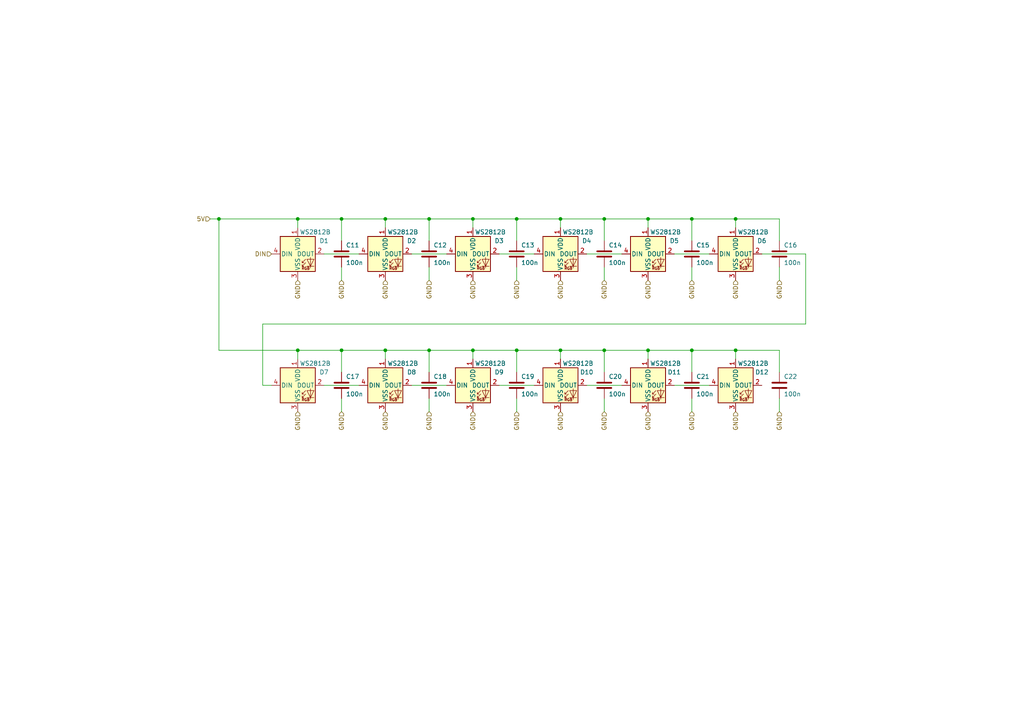
<source format=kicad_sch>
(kicad_sch (version 20230121) (generator eeschema)
  (paper "A4")
  (lib_symbols
    (symbol "Device:C" (pin_numbers hide) (pin_names (offset 0.254))
      (property "Reference" "C" (at 0.635 2.54 0))
      (property "Value" "C" (at 0.635 -2.54 0))
      (symbol "C_0_1"
        (polyline (pts (xy -2.032 -0.762) (xy 2.032 -0.762)) (stroke (width 0.508)))
        (polyline (pts (xy -2.032 0.762) (xy 2.032 0.762)) (stroke (width 0.508)))
      )
      (symbol "C_1_1"
        (pin passive line (at 0 3.81 270) (length 2.794) (name "~") (number "1"))
        (pin passive line (at 0 -3.81 90) (length 2.794) (name "~") (number "2"))
      )
    )
    (symbol "LED:WS2812B" (pin_names (offset 0.254))
      (property "Reference" "D" (at 5.08 5.715 0))
      (property "Value" "WS2812B" (at 1.27 -5.715 0))
      (symbol "WS2812B_0_0"
        (text "RGB" (at 2.286 -4.191 0) (effects (font (size 0.762 0.762))))
      )
      (symbol "WS2812B_0_1"
        (polyline (pts (xy 1.27 -3.556) (xy 1.778 -3.556)))
        (polyline (pts (xy 1.27 -2.54) (xy 1.778 -2.54)))
        (polyline (pts (xy 4.699 -3.556) (xy 2.667 -3.556)))
        (polyline (pts (xy 2.286 -2.54) (xy 1.27 -3.556) (xy 1.27 -3.048)))
        (polyline (pts (xy 2.286 -1.524) (xy 1.27 -2.54) (xy 1.27 -2.032)))
        (polyline (pts (xy 3.683 -1.016) (xy 3.683 -3.556) (xy 3.683 -4.064)))
        (polyline (pts (xy 4.699 -1.524) (xy 2.667 -1.524) (xy 3.683 -3.556) (xy 4.699 -1.524)))
        (rectangle (start 5.08 5.08) (end -5.08 -5.08) (stroke (width 0.254)) (fill (type background)))
      )
      (symbol "WS2812B_1_1"
        (pin power_in line (at 0 7.62 270) (length 2.54) (name "VDD") (number "1"))
        (pin output line (at 7.62 0 180) (length 2.54) (name "DOUT") (number "2"))
        (pin power_in line (at 0 -7.62 90) (length 2.54) (name "VSS") (number "3"))
        (pin input line (at -7.62 0 0) (length 2.54) (name "DIN") (number "4"))
      )
    )
  )
  (junction (at 213.36 63.5))
  (junction (at 99.06 63.5))
  (junction (at 63.5 63.5))
  (junction (at 137.16 63.5))
  (junction (at 111.76 63.5))
  (junction (at 86.36 63.5))
  (junction (at 200.66 101.6))
  (junction (at 175.26 63.5))
  (junction (at 137.16 101.6))
  (junction (at 99.06 101.6))
  (junction (at 149.86 63.5))
  (junction (at 175.26 101.6))
  (junction (at 162.56 63.5))
  (junction (at 187.96 63.5))
  (junction (at 187.96 101.6))
  (junction (at 111.76 101.6))
  (junction (at 149.86 101.6))
  (junction (at 162.56 101.6))
  (junction (at 124.46 101.6))
  (junction (at 213.36 101.6))
  (junction (at 124.46 63.5))
  (junction (at 86.36 101.6))
  (junction (at 200.66 63.5))
  (wire (pts (xy 149.86 63.5) (xy 149.86 69.85)))
  (wire (pts (xy 187.96 101.6) (xy 187.96 104.14)))
  (wire (pts (xy 78.74 111.76) (xy 76.2 111.76)))
  (wire (pts (xy 111.76 63.5) (xy 111.76 66.04)))
  (wire (pts (xy 111.76 101.6) (xy 124.46 101.6)))
  (wire (pts (xy 86.36 63.5) (xy 99.06 63.5)))
  (wire (pts (xy 175.26 77.47) (xy 175.26 81.28)))
  (wire (pts (xy 162.56 101.6) (xy 162.56 104.14)))
  (wire (pts (xy 124.46 77.47) (xy 124.46 81.28)))
  (wire (pts (xy 93.98 111.76) (xy 104.14 111.76)))
  (wire (pts (xy 99.06 101.6) (xy 111.76 101.6)))
  (wire (pts (xy 93.98 73.66) (xy 104.14 73.66)))
  (wire (pts (xy 226.06 101.6) (xy 226.06 107.95)))
  (wire (pts (xy 175.26 101.6) (xy 187.96 101.6)))
  (wire (pts (xy 200.66 101.6) (xy 200.66 107.95)))
  (wire (pts (xy 149.86 63.5) (xy 162.56 63.5)))
  (wire (pts (xy 175.26 101.6) (xy 175.26 107.95)))
  (wire (pts (xy 175.26 115.57) (xy 175.26 119.38)))
  (wire (pts (xy 213.36 63.5) (xy 226.06 63.5)))
  (wire (pts (xy 200.66 101.6) (xy 213.36 101.6)))
  (wire (pts (xy 187.96 63.5) (xy 200.66 63.5)))
  (wire (pts (xy 226.06 115.57) (xy 226.06 119.38)))
  (wire (pts (xy 200.66 63.5) (xy 200.66 69.85)))
  (wire (pts (xy 175.26 63.5) (xy 187.96 63.5)))
  (wire (pts (xy 124.46 63.5) (xy 137.16 63.5)))
  (wire (pts (xy 124.46 63.5) (xy 124.46 69.85)))
  (wire (pts (xy 226.06 77.47) (xy 226.06 81.28)))
  (wire (pts (xy 137.16 63.5) (xy 137.16 66.04)))
  (wire (pts (xy 144.78 111.76) (xy 154.94 111.76)))
  (wire (pts (xy 226.06 63.5) (xy 226.06 69.85)))
  (wire (pts (xy 86.36 101.6) (xy 99.06 101.6)))
  (wire (pts (xy 111.76 63.5) (xy 124.46 63.5)))
  (wire (pts (xy 99.06 63.5) (xy 111.76 63.5)))
  (wire (pts (xy 99.06 77.47) (xy 99.06 81.28)))
  (wire (pts (xy 200.66 77.47) (xy 200.66 81.28)))
  (wire (pts (xy 144.78 73.66) (xy 154.94 73.66)))
  (wire (pts (xy 149.86 77.47) (xy 149.86 81.28)))
  (wire (pts (xy 233.68 73.66) (xy 220.98 73.66)))
  (wire (pts (xy 76.2 93.98) (xy 233.68 93.98)))
  (wire (pts (xy 200.66 63.5) (xy 213.36 63.5)))
  (wire (pts (xy 162.56 63.5) (xy 162.56 66.04)))
  (wire (pts (xy 111.76 101.6) (xy 111.76 104.14)))
  (wire (pts (xy 213.36 101.6) (xy 213.36 104.14)))
  (wire (pts (xy 63.5 101.6) (xy 86.36 101.6)))
  (wire (pts (xy 213.36 101.6) (xy 226.06 101.6)))
  (wire (pts (xy 99.06 101.6) (xy 99.06 107.95)))
  (wire (pts (xy 195.58 111.76) (xy 205.74 111.76)))
  (wire (pts (xy 233.68 93.98) (xy 233.68 73.66)))
  (wire (pts (xy 162.56 63.5) (xy 175.26 63.5)))
  (wire (pts (xy 170.18 111.76) (xy 180.34 111.76)))
  (wire (pts (xy 213.36 63.5) (xy 213.36 66.04)))
  (wire (pts (xy 76.2 111.76) (xy 76.2 93.98)))
  (wire (pts (xy 63.5 63.5) (xy 86.36 63.5)))
  (wire (pts (xy 162.56 101.6) (xy 175.26 101.6)))
  (wire (pts (xy 119.38 73.66) (xy 129.54 73.66)))
  (wire (pts (xy 60.96 63.5) (xy 63.5 63.5)))
  (wire (pts (xy 175.26 63.5) (xy 175.26 69.85)))
  (wire (pts (xy 124.46 101.6) (xy 124.46 107.95)))
  (wire (pts (xy 124.46 115.57) (xy 124.46 119.38)))
  (wire (pts (xy 99.06 115.57) (xy 99.06 119.38)))
  (wire (pts (xy 99.06 63.5) (xy 99.06 69.85)))
  (wire (pts (xy 124.46 101.6) (xy 137.16 101.6)))
  (wire (pts (xy 86.36 101.6) (xy 86.36 104.14)))
  (wire (pts (xy 200.66 115.57) (xy 200.66 119.38)))
  (wire (pts (xy 149.86 101.6) (xy 162.56 101.6)))
  (wire (pts (xy 149.86 115.57) (xy 149.86 119.38)))
  (wire (pts (xy 86.36 63.5) (xy 86.36 66.04)))
  (wire (pts (xy 137.16 63.5) (xy 149.86 63.5)))
  (wire (pts (xy 137.16 101.6) (xy 149.86 101.6)))
  (wire (pts (xy 149.86 101.6) (xy 149.86 107.95)))
  (wire (pts (xy 195.58 73.66) (xy 205.74 73.66)))
  (wire (pts (xy 170.18 73.66) (xy 180.34 73.66)))
  (wire (pts (xy 187.96 63.5) (xy 187.96 66.04)))
  (wire (pts (xy 63.5 63.5) (xy 63.5 101.6)))
  (wire (pts (xy 187.96 101.6) (xy 200.66 101.6)))
  (wire (pts (xy 119.38 111.76) (xy 129.54 111.76)))
  (wire (pts (xy 137.16 101.6) (xy 137.16 104.14)))
  (hierarchical_label "GND" (shape input) (at 162.56 81.28 270))
  (hierarchical_label "GND" (shape input) (at 99.06 81.28 270))
  (hierarchical_label "5V" (shape input) (at 60.96 63.5 180))
  (hierarchical_label "GND" (shape input) (at 175.26 119.38 270))
  (hierarchical_label "GND" (shape input) (at 200.66 119.38 270))
  (hierarchical_label "GND" (shape input) (at 124.46 81.28 270))
  (hierarchical_label "GND" (shape input) (at 162.56 119.38 270))
  (hierarchical_label "GND" (shape input) (at 213.36 119.38 270))
  (hierarchical_label "DIN" (shape input) (at 78.74 73.66 180))
  (hierarchical_label "GND" (shape input) (at 111.76 119.38 270))
  (hierarchical_label "GND" (shape input) (at 187.96 81.28 270))
  (hierarchical_label "GND" (shape input) (at 187.96 119.38 270))
  (hierarchical_label "GND" (shape input) (at 226.06 81.28 270))
  (hierarchical_label "GND" (shape input) (at 200.66 81.28 270))
  (hierarchical_label "GND" (shape input) (at 124.46 119.38 270))
  (hierarchical_label "GND" (shape input) (at 226.06 119.38 270))
  (hierarchical_label "GND" (shape input) (at 213.36 81.28 270))
  (hierarchical_label "GND" (shape input) (at 137.16 81.28 270))
  (hierarchical_label "GND" (shape input) (at 99.06 119.38 270))
  (hierarchical_label "GND" (shape input) (at 86.36 81.28 270))
  (hierarchical_label "GND" (shape input) (at 86.36 119.38 270))
  (hierarchical_label "GND" (shape input) (at 111.76 81.28 270))
  (hierarchical_label "GND" (shape input) (at 137.16 119.38 270))
  (hierarchical_label "GND" (shape input) (at 149.86 119.38 270))
  (hierarchical_label "GND" (shape input) (at 149.86 81.28 270))
  (hierarchical_label "GND" (shape input) (at 175.26 81.28 270))
  (symbol (lib_id "LED:WS2812B") (at 111.76 111.76 0) (unit 1)
    (property "Reference" "D8" (at 119.38 107.95 0))
    (property "Value" "WS2812B" (at 116.84 105.41 0))
    (property "Footprint" "RKL-LED:3528RGBW-WS2812B" (effects hide))
    (property "Datasheet" "https://cdn-shop.adafruit.com/datasheets/WS2812B.pdf" (effects hide))
    (property "LCSC" "C2890364" (effects hide))
    (property "Basic/Extended" "E" (effects hide))
    (instances (project "Watch" (path "" (reference "D8") (unit 1))) (project "ZakladniElektronika" (path "" (reference "D1") (unit 1)) (path "" (reference "D61") (unit 1))))
  )
  (symbol (lib_id "LED:WS2812B") (at 86.36 73.66 0) (unit 1)
    (property "Reference" "D1" (at 93.98 69.85 0))
    (property "Value" "WS2812B" (at 91.44 67.31 0))
    (property "Footprint" "RKL-LED:3528RGBW-WS2812B" (effects hide))
    (property "Datasheet" "https://cdn-shop.adafruit.com/datasheets/WS2812B.pdf" (effects hide))
    (property "LCSC" "C2890364" (effects hide))
    (property "Basic/Extended" "E" (effects hide))
    (instances (project "Watch" (path "" (reference "D1") (unit 1))) (project "ZakladniElektronika" (path "" (reference "D1") (unit 1)) (path "" (reference "D61") (unit 1))))
  )
  (symbol (lib_id "LED:WS2812B") (at 162.56 111.76 0) (unit 1)
    (property "Reference" "D10" (at 170.18 107.95 0))
    (property "Value" "WS2812B" (at 167.64 105.41 0))
    (property "Footprint" "RKL-LED:3528RGBW-WS2812B" (effects hide))
    (property "Datasheet" "https://cdn-shop.adafruit.com/datasheets/WS2812B.pdf" (effects hide))
    (property "LCSC" "C2890364" (effects hide))
    (property "Basic/Extended" "E" (effects hide))
    (instances (project "Watch" (path "" (reference "D10") (unit 1))) (project "ZakladniElektronika" (path "" (reference "D1") (unit 1)) (path "" (reference "D61") (unit 1))))
  )
  (symbol (lib_id "Device:C") (at 124.46 111.76 0) (unit 1)
    (property "Reference" "C18" (at 125.73 109.22 0) (effects (justify left)))
    (property "Value" "100n" (at 125.73 114.3 0) (effects (justify left)))
    (property "Footprint" "Capacitor_SMD:C_0402_1005Metric" (effects hide))
    (property "Basic/Extended" "B" (effects hide))
    (property "LCSC" "C307331" (effects hide))
    (property "info" "50V, X7R" (effects hide))
    (instances (project "Watch" (path "" (reference "C18") (unit 1))) (project "ZakladniElektronika" (path "" (reference "C12") (unit 1)) (path "" (reference "C72") (unit 1))))
  )
  (symbol (lib_id "LED:WS2812B") (at 187.96 111.76 0) (unit 1)
    (property "Reference" "D11" (at 195.58 107.95 0))
    (property "Value" "WS2812B" (at 193.04 105.41 0))
    (property "Footprint" "RKL-LED:3528RGBW-WS2812B" (effects hide))
    (property "Datasheet" "https://cdn-shop.adafruit.com/datasheets/WS2812B.pdf" (effects hide))
    (property "LCSC" "C2890364" (effects hide))
    (property "Basic/Extended" "E" (effects hide))
    (instances (project "Watch" (path "" (reference "D11") (unit 1))) (project "ZakladniElektronika" (path "" (reference "D1") (unit 1)) (path "" (reference "D61") (unit 1))))
  )
  (symbol (lib_id "Device:C") (at 149.86 73.66 0) (unit 1)
    (property "Reference" "C13" (at 151.13 71.12 0) (effects (justify left)))
    (property "Value" "100n" (at 151.13 76.2 0) (effects (justify left)))
    (property "Footprint" "Capacitor_SMD:C_0402_1005Metric" (effects hide))
    (property "Basic/Extended" "B" (effects hide))
    (property "LCSC" "C307331" (effects hide))
    (property "info" "50V, X7R" (effects hide))
    (instances (project "Watch" (path "" (reference "C13") (unit 1))) (project "ZakladniElektronika" (path "" (reference "C12") (unit 1)) (path "" (reference "C72") (unit 1))))
  )
  (symbol (lib_id "Device:C") (at 200.66 111.76 0) (unit 1)
    (property "Reference" "C21" (at 201.93 109.22 0) (effects (justify left)))
    (property "Value" "100n" (at 201.93 114.3 0) (effects (justify left)))
    (property "Footprint" "Capacitor_SMD:C_0402_1005Metric" (effects hide))
    (property "Basic/Extended" "B" (effects hide))
    (property "LCSC" "C307331" (effects hide))
    (property "info" "50V, X7R" (effects hide))
    (instances (project "Watch" (path "" (reference "C21") (unit 1))) (project "ZakladniElektronika" (path "" (reference "C12") (unit 1)) (path "" (reference "C72") (unit 1))))
  )
  (symbol (lib_id "LED:WS2812B") (at 137.16 111.76 0) (unit 1)
    (property "Reference" "D9" (at 144.78 107.95 0))
    (property "Value" "WS2812B" (at 142.24 105.41 0))
    (property "Footprint" "RKL-LED:3528RGBW-WS2812B" (effects hide))
    (property "Datasheet" "https://cdn-shop.adafruit.com/datasheets/WS2812B.pdf" (effects hide))
    (property "LCSC" "C2890364" (effects hide))
    (property "Basic/Extended" "E" (effects hide))
    (instances (project "Watch" (path "" (reference "D9") (unit 1))) (project "ZakladniElektronika" (path "" (reference "D1") (unit 1)) (path "" (reference "D61") (unit 1))))
  )
  (symbol (lib_id "Device:C") (at 226.06 73.66 0) (unit 1)
    (property "Reference" "C16" (at 227.33 71.12 0) (effects (justify left)))
    (property "Value" "100n" (at 227.33 76.2 0) (effects (justify left)))
    (property "Footprint" "Capacitor_SMD:C_0402_1005Metric" (effects hide))
    (property "Basic/Extended" "B" (effects hide))
    (property "LCSC" "C307331" (effects hide))
    (property "info" "50V, X7R" (effects hide))
    (instances (project "Watch" (path "" (reference "C16") (unit 1))) (project "ZakladniElektronika" (path "" (reference "C12") (unit 1)) (path "" (reference "C72") (unit 1))))
  )
  (symbol (lib_id "Device:C") (at 99.06 73.66 0) (unit 1)
    (property "Reference" "C11" (at 100.33 71.12 0) (effects (justify left)))
    (property "Value" "100n" (at 100.33 76.2 0) (effects (justify left)))
    (property "Footprint" "Capacitor_SMD:C_0402_1005Metric" (effects hide))
    (property "Basic/Extended" "B" (effects hide))
    (property "LCSC" "C307331" (effects hide))
    (property "info" "50V, X7R" (effects hide))
    (instances (project "Watch" (path "" (reference "C11") (unit 1))) (project "ZakladniElektronika" (path "" (reference "C12") (unit 1)) (path "" (reference "C72") (unit 1))))
  )
  (symbol (lib_id "Device:C") (at 99.06 111.76 0) (unit 1)
    (property "Reference" "C17" (at 100.33 109.22 0) (effects (justify left)))
    (property "Value" "100n" (at 100.33 114.3 0) (effects (justify left)))
    (property "Footprint" "Capacitor_SMD:C_0402_1005Metric" (effects hide))
    (property "Basic/Extended" "B" (effects hide))
    (property "LCSC" "C307331" (effects hide))
    (property "info" "50V, X7R" (effects hide))
    (instances (project "Watch" (path "" (reference "C17") (unit 1))) (project "ZakladniElektronika" (path "" (reference "C12") (unit 1)) (path "" (reference "C72") (unit 1))))
  )
  (symbol (lib_id "Device:C") (at 200.66 73.66 0) (unit 1)
    (property "Reference" "C15" (at 201.93 71.12 0) (effects (justify left)))
    (property "Value" "100n" (at 201.93 76.2 0) (effects (justify left)))
    (property "Footprint" "Capacitor_SMD:C_0402_1005Metric" (effects hide))
    (property "Basic/Extended" "B" (effects hide))
    (property "LCSC" "C307331" (effects hide))
    (property "info" "50V, X7R" (effects hide))
    (instances (project "Watch" (path "" (reference "C15") (unit 1))) (project "ZakladniElektronika" (path "" (reference "C12") (unit 1)) (path "" (reference "C72") (unit 1))))
  )
  (symbol (lib_id "LED:WS2812B") (at 111.76 73.66 0) (unit 1)
    (property "Reference" "D2" (at 119.38 69.85 0))
    (property "Value" "WS2812B" (at 116.84 67.31 0))
    (property "Footprint" "RKL-LED:3528RGBW-WS2812B" (effects hide))
    (property "Datasheet" "https://cdn-shop.adafruit.com/datasheets/WS2812B.pdf" (effects hide))
    (property "LCSC" "C2890364" (effects hide))
    (property "Basic/Extended" "E" (effects hide))
    (instances (project "Watch" (path "" (reference "D2") (unit 1))) (project "ZakladniElektronika" (path "" (reference "D1") (unit 1)) (path "" (reference "D61") (unit 1))))
  )
  (symbol (lib_id "LED:WS2812B") (at 162.56 73.66 0) (unit 1)
    (property "Reference" "D4" (at 170.18 69.85 0))
    (property "Value" "WS2812B" (at 167.64 67.31 0))
    (property "Footprint" "RKL-LED:3528RGBW-WS2812B" (effects hide))
    (property "Datasheet" "https://cdn-shop.adafruit.com/datasheets/WS2812B.pdf" (effects hide))
    (property "LCSC" "C2890364" (effects hide))
    (property "Basic/Extended" "E" (effects hide))
    (instances (project "Watch" (path "" (reference "D4") (unit 1))) (project "ZakladniElektronika" (path "" (reference "D1") (unit 1)) (path "" (reference "D61") (unit 1))))
  )
  (symbol (lib_id "LED:WS2812B") (at 213.36 73.66 0) (unit 1)
    (property "Reference" "D6" (at 220.98 69.85 0))
    (property "Value" "WS2812B" (at 218.44 67.31 0))
    (property "Footprint" "RKL-LED:3528RGBW-WS2812B" (effects hide))
    (property "Datasheet" "https://cdn-shop.adafruit.com/datasheets/WS2812B.pdf" (effects hide))
    (property "LCSC" "C2890364" (effects hide))
    (property "Basic/Extended" "E" (effects hide))
    (instances (project "Watch" (path "" (reference "D6") (unit 1))) (project "ZakladniElektronika" (path "" (reference "D1") (unit 1)) (path "" (reference "D61") (unit 1))))
  )
  (symbol (lib_id "Device:C") (at 175.26 111.76 0) (unit 1)
    (property "Reference" "C20" (at 176.53 109.22 0) (effects (justify left)))
    (property "Value" "100n" (at 176.53 114.3 0) (effects (justify left)))
    (property "Footprint" "Capacitor_SMD:C_0402_1005Metric" (effects hide))
    (property "Basic/Extended" "B" (effects hide))
    (property "LCSC" "C307331" (effects hide))
    (property "info" "50V, X7R" (effects hide))
    (instances (project "Watch" (path "" (reference "C20") (unit 1))) (project "ZakladniElektronika" (path "" (reference "C12") (unit 1)) (path "" (reference "C72") (unit 1))))
  )
  (symbol (lib_id "LED:WS2812B") (at 86.36 111.76 0) (unit 1)
    (property "Reference" "D7" (at 93.98 107.95 0))
    (property "Value" "WS2812B" (at 91.44 105.41 0))
    (property "Footprint" "RKL-LED:3528RGBW-WS2812B" (effects hide))
    (property "Datasheet" "https://cdn-shop.adafruit.com/datasheets/WS2812B.pdf" (effects hide))
    (property "LCSC" "C2890364" (effects hide))
    (property "Basic/Extended" "E" (effects hide))
    (instances (project "Watch" (path "" (reference "D7") (unit 1))) (project "ZakladniElektronika" (path "" (reference "D1") (unit 1)) (path "" (reference "D61") (unit 1))))
  )
  (symbol (lib_id "LED:WS2812B") (at 137.16 73.66 0) (unit 1)
    (property "Reference" "D3" (at 144.78 69.85 0))
    (property "Value" "WS2812B" (at 142.24 67.31 0))
    (property "Footprint" "RKL-LED:3528RGBW-WS2812B" (effects hide))
    (property "Datasheet" "https://cdn-shop.adafruit.com/datasheets/WS2812B.pdf" (effects hide))
    (property "LCSC" "C2890364" (effects hide))
    (property "Basic/Extended" "E" (effects hide))
    (instances (project "Watch" (path "" (reference "D3") (unit 1))) (project "ZakladniElektronika" (path "" (reference "D1") (unit 1)) (path "" (reference "D61") (unit 1))))
  )
  (symbol (lib_id "Device:C") (at 149.86 111.76 0) (unit 1)
    (property "Reference" "C19" (at 151.13 109.22 0) (effects (justify left)))
    (property "Value" "100n" (at 151.13 114.3 0) (effects (justify left)))
    (property "Footprint" "Capacitor_SMD:C_0402_1005Metric" (effects hide))
    (property "Basic/Extended" "B" (effects hide))
    (property "LCSC" "C307331" (effects hide))
    (property "info" "50V, X7R" (effects hide))
    (instances (project "Watch" (path "" (reference "C19") (unit 1))) (project "ZakladniElektronika" (path "" (reference "C12") (unit 1)) (path "" (reference "C72") (unit 1))))
  )
  (symbol (lib_id "Device:C") (at 124.46 73.66 0) (unit 1)
    (property "Reference" "C12" (at 125.73 71.12 0) (effects (justify left)))
    (property "Value" "100n" (at 125.73 76.2 0) (effects (justify left)))
    (property "Footprint" "Capacitor_SMD:C_0402_1005Metric" (effects hide))
    (property "Basic/Extended" "B" (effects hide))
    (property "LCSC" "C307331" (effects hide))
    (property "info" "50V, X7R" (effects hide))
    (instances (project "Watch" (path "" (reference "C12") (unit 1))) (project "ZakladniElektronika" (path "" (reference "C12") (unit 1)) (path "" (reference "C72") (unit 1))))
  )
  (symbol (lib_id "Device:C") (at 226.06 111.76 0) (unit 1)
    (property "Reference" "C22" (at 227.33 109.22 0) (effects (justify left)))
    (property "Value" "100n" (at 227.33 114.3 0) (effects (justify left)))
    (property "Footprint" "Capacitor_SMD:C_0402_1005Metric" (effects hide))
    (property "Basic/Extended" "B" (effects hide))
    (property "LCSC" "C307331" (effects hide))
    (property "info" "50V, X7R" (effects hide))
    (instances (project "Watch" (path "" (reference "C22") (unit 1))) (project "ZakladniElektronika" (path "" (reference "C12") (unit 1)) (path "" (reference "C72") (unit 1))))
  )
  (symbol (lib_id "Device:C") (at 175.26 73.66 0) (unit 1)
    (property "Reference" "C14" (at 176.53 71.12 0) (effects (justify left)))
    (property "Value" "100n" (at 176.53 76.2 0) (effects (justify left)))
    (property "Footprint" "Capacitor_SMD:C_0402_1005Metric" (effects hide))
    (property "Basic/Extended" "B" (effects hide))
    (property "LCSC" "C307331" (effects hide))
    (property "info" "50V, X7R" (effects hide))
    (instances (project "Watch" (path "" (reference "C14") (unit 1))) (project "ZakladniElektronika" (path "" (reference "C12") (unit 1)) (path "" (reference "C72") (unit 1))))
  )
  (symbol (lib_id "LED:WS2812B") (at 213.36 111.76 0) (unit 1)
    (property "Reference" "D12" (at 220.98 107.95 0))
    (property "Value" "WS2812B" (at 218.44 105.41 0))
    (property "Footprint" "RKL-LED:3528RGBW-WS2812B" (effects hide))
    (property "Datasheet" "https://cdn-shop.adafruit.com/datasheets/WS2812B.pdf" (effects hide))
    (property "LCSC" "C2890364" (effects hide))
    (property "Basic/Extended" "E" (effects hide))
    (instances (project "Watch" (path "" (reference "D12") (unit 1))) (project "ZakladniElektronika" (path "" (reference "D1") (unit 1)) (path "" (reference "D61") (unit 1))))
  )
  (symbol (lib_id "LED:WS2812B") (at 187.96 73.66 0) (unit 1)
    (property "Reference" "D5" (at 195.58 69.85 0))
    (property "Value" "WS2812B" (at 193.04 67.31 0))
    (property "Footprint" "RKL-LED:3528RGBW-WS2812B" (effects hide))
    (property "Datasheet" "https://cdn-shop.adafruit.com/datasheets/WS2812B.pdf" (effects hide))
    (property "LCSC" "C2890364" (effects hide))
    (property "Basic/Extended" "E" (effects hide))
    (instances (project "Watch" (path "" (reference "D5") (unit 1))) (project "ZakladniElektronika" (path "" (reference "D1") (unit 1)) (path "" (reference "D61") (unit 1))))
  )
)
</source>
